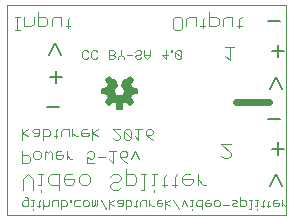
<source format=gbo>
G75*
%MOIN*%
%OFA0B0*%
%FSLAX25Y25*%
%IPPOS*%
%LPD*%
%AMOC8*
5,1,8,0,0,1.08239X$1,22.5*
%
%ADD10C,0.00000*%
%ADD11C,0.00500*%
%ADD12C,0.00300*%
%ADD13C,0.00400*%
%ADD14C,0.02400*%
%ADD15C,0.00591*%
D10*
X0006800Y0006800D02*
X0006800Y0076761D01*
X0099751Y0076761D01*
X0099751Y0006800D01*
X0006800Y0006800D01*
D11*
X0019980Y0042603D02*
X0024050Y0042603D01*
X0023265Y0050568D02*
X0023265Y0054638D01*
X0025300Y0052603D02*
X0021230Y0052603D01*
X0020800Y0059980D02*
X0022835Y0064050D01*
X0024870Y0059980D01*
X0093730Y0071353D02*
X0097800Y0071353D01*
X0097015Y0063388D02*
X0097015Y0059318D01*
X0099050Y0061353D02*
X0094980Y0061353D01*
X0096585Y0052800D02*
X0098620Y0048730D01*
X0094550Y0048730D02*
X0096585Y0052800D01*
X0097800Y0038853D02*
X0093730Y0038853D01*
X0097015Y0030888D02*
X0097015Y0026818D01*
X0099050Y0028853D02*
X0094980Y0028853D01*
X0096585Y0020300D02*
X0098620Y0016230D01*
X0094550Y0016230D02*
X0096585Y0020300D01*
D12*
X0096886Y0011650D02*
X0095918Y0011650D01*
X0095435Y0011166D01*
X0095435Y0010199D01*
X0095918Y0009715D01*
X0096886Y0009715D01*
X0097370Y0010199D01*
X0097370Y0010683D01*
X0095435Y0010683D01*
X0094438Y0011650D02*
X0093954Y0011166D01*
X0093954Y0009231D01*
X0093470Y0009715D02*
X0094438Y0009715D01*
X0092473Y0009715D02*
X0091506Y0009715D01*
X0091990Y0009231D02*
X0091990Y0011166D01*
X0092473Y0011650D01*
X0090509Y0011650D02*
X0089542Y0011650D01*
X0090025Y0011650D02*
X0090025Y0009715D01*
X0089542Y0009715D01*
X0090025Y0008748D02*
X0090025Y0008264D01*
X0088061Y0008748D02*
X0088061Y0011650D01*
X0087577Y0011650D02*
X0088545Y0011650D01*
X0086566Y0011166D02*
X0086566Y0010199D01*
X0086082Y0009715D01*
X0084631Y0009715D01*
X0084631Y0012617D01*
X0084631Y0011650D02*
X0086082Y0011650D01*
X0086566Y0011166D01*
X0083619Y0011166D02*
X0083135Y0010683D01*
X0082168Y0010683D01*
X0081684Y0010199D01*
X0082168Y0009715D01*
X0083619Y0009715D01*
X0083619Y0011166D02*
X0083135Y0011650D01*
X0081684Y0011650D01*
X0080673Y0010199D02*
X0078738Y0010199D01*
X0077726Y0010199D02*
X0077242Y0009715D01*
X0076275Y0009715D01*
X0075791Y0010199D01*
X0075791Y0011166D01*
X0076275Y0011650D01*
X0077242Y0011650D01*
X0077726Y0011166D01*
X0077726Y0010199D01*
X0074780Y0010199D02*
X0074780Y0010683D01*
X0072845Y0010683D01*
X0072845Y0011166D02*
X0072845Y0010199D01*
X0073328Y0009715D01*
X0074296Y0009715D01*
X0074780Y0010199D01*
X0074296Y0011650D02*
X0073328Y0011650D01*
X0072845Y0011166D01*
X0071833Y0011650D02*
X0070382Y0011650D01*
X0069898Y0011166D01*
X0069898Y0010199D01*
X0070382Y0009715D01*
X0071833Y0009715D01*
X0071833Y0008748D02*
X0071833Y0011650D01*
X0068901Y0011650D02*
X0067934Y0011650D01*
X0068418Y0011650D02*
X0068418Y0009715D01*
X0067934Y0009715D01*
X0066922Y0009715D02*
X0065955Y0011650D01*
X0064987Y0009715D01*
X0063976Y0008748D02*
X0062041Y0011650D01*
X0061037Y0011650D02*
X0059585Y0010683D01*
X0061037Y0009715D01*
X0059585Y0008748D02*
X0059585Y0011650D01*
X0058574Y0010683D02*
X0056639Y0010683D01*
X0056639Y0011166D02*
X0056639Y0010199D01*
X0057123Y0009715D01*
X0058090Y0009715D01*
X0058574Y0010199D01*
X0058574Y0010683D01*
X0058090Y0011650D02*
X0057123Y0011650D01*
X0056639Y0011166D01*
X0055635Y0009715D02*
X0055151Y0009715D01*
X0054183Y0010683D01*
X0054183Y0011650D02*
X0054183Y0009715D01*
X0053172Y0009715D02*
X0053172Y0011650D01*
X0051721Y0011650D01*
X0051237Y0011166D01*
X0051237Y0009715D01*
X0050240Y0009715D02*
X0049273Y0009715D01*
X0049756Y0009231D02*
X0049756Y0011166D01*
X0050240Y0011650D01*
X0048261Y0011166D02*
X0048261Y0010199D01*
X0047777Y0009715D01*
X0046326Y0009715D01*
X0046326Y0008748D02*
X0046326Y0011650D01*
X0047777Y0011650D01*
X0048261Y0011166D01*
X0045314Y0010683D02*
X0043863Y0010683D01*
X0043380Y0011166D01*
X0043863Y0011650D01*
X0045314Y0011650D01*
X0045314Y0010199D01*
X0044831Y0009715D01*
X0043863Y0009715D01*
X0042375Y0009715D02*
X0040924Y0010683D01*
X0042375Y0011650D01*
X0040924Y0011650D02*
X0040924Y0008748D01*
X0039913Y0008748D02*
X0037978Y0011650D01*
X0036966Y0011650D02*
X0036966Y0010199D01*
X0036482Y0009715D01*
X0035999Y0010199D01*
X0035999Y0011650D01*
X0035031Y0011650D02*
X0035031Y0009715D01*
X0035515Y0009715D01*
X0035999Y0010199D01*
X0034020Y0010199D02*
X0033536Y0009715D01*
X0032568Y0009715D01*
X0032085Y0010199D01*
X0032085Y0011166D01*
X0032568Y0011650D01*
X0033536Y0011650D01*
X0034020Y0011166D01*
X0034020Y0010199D01*
X0031073Y0009715D02*
X0029622Y0009715D01*
X0029138Y0010199D01*
X0029138Y0011166D01*
X0029622Y0011650D01*
X0031073Y0011650D01*
X0028148Y0011650D02*
X0028148Y0011166D01*
X0027665Y0011166D01*
X0027665Y0011650D01*
X0028148Y0011650D01*
X0026653Y0011166D02*
X0026653Y0010199D01*
X0026169Y0009715D01*
X0024718Y0009715D01*
X0024718Y0008748D02*
X0024718Y0011650D01*
X0026169Y0011650D01*
X0026653Y0011166D01*
X0023707Y0011650D02*
X0023707Y0009715D01*
X0021772Y0009715D02*
X0021772Y0011166D01*
X0022255Y0011650D01*
X0023707Y0011650D01*
X0020760Y0011650D02*
X0020760Y0010199D01*
X0020276Y0009715D01*
X0019309Y0009715D01*
X0018825Y0010199D01*
X0017828Y0009715D02*
X0016861Y0009715D01*
X0017345Y0009231D02*
X0017345Y0011166D01*
X0017828Y0011650D01*
X0018825Y0011650D02*
X0018825Y0008748D01*
X0015380Y0008748D02*
X0015380Y0008264D01*
X0015380Y0009715D02*
X0014897Y0009715D01*
X0015380Y0009715D02*
X0015380Y0011650D01*
X0014897Y0011650D02*
X0015864Y0011650D01*
X0013885Y0011650D02*
X0012434Y0011650D01*
X0011950Y0011166D01*
X0011950Y0010199D01*
X0012434Y0009715D01*
X0013885Y0009715D01*
X0013885Y0012134D01*
X0013401Y0012617D01*
X0012917Y0012617D01*
X0013802Y0024197D02*
X0011950Y0024197D01*
X0011950Y0027900D01*
X0011950Y0026666D02*
X0013802Y0026666D01*
X0014419Y0026048D01*
X0014419Y0024814D01*
X0013802Y0024197D01*
X0015633Y0026048D02*
X0015633Y0027283D01*
X0016250Y0027900D01*
X0017485Y0027900D01*
X0018102Y0027283D01*
X0018102Y0026048D01*
X0017485Y0025431D01*
X0016250Y0025431D01*
X0015633Y0026048D01*
X0019316Y0025431D02*
X0019316Y0027283D01*
X0019933Y0027900D01*
X0020551Y0027283D01*
X0021168Y0027900D01*
X0021785Y0027283D01*
X0021785Y0025431D01*
X0022999Y0026048D02*
X0023617Y0025431D01*
X0024851Y0025431D01*
X0025468Y0026048D01*
X0025468Y0026666D01*
X0022999Y0026666D01*
X0022999Y0027283D02*
X0022999Y0026048D01*
X0022999Y0027283D02*
X0023617Y0027900D01*
X0024851Y0027900D01*
X0026683Y0027900D02*
X0026683Y0025431D01*
X0027917Y0025431D02*
X0028534Y0025431D01*
X0027917Y0025431D02*
X0026683Y0026666D01*
X0033435Y0027283D02*
X0034052Y0027900D01*
X0035287Y0027900D01*
X0035904Y0027283D01*
X0035904Y0026048D01*
X0035287Y0025431D01*
X0034669Y0025431D01*
X0033435Y0026048D01*
X0033435Y0024197D01*
X0035904Y0024197D01*
X0037118Y0026048D02*
X0039587Y0026048D01*
X0040801Y0025431D02*
X0042036Y0024197D01*
X0042036Y0027900D01*
X0043270Y0027900D02*
X0040801Y0027900D01*
X0044484Y0027283D02*
X0044484Y0026048D01*
X0046336Y0026048D01*
X0046953Y0026666D01*
X0046953Y0027283D01*
X0046336Y0027900D01*
X0045102Y0027900D01*
X0044484Y0027283D01*
X0044484Y0026048D02*
X0045719Y0024814D01*
X0046953Y0024197D01*
X0048168Y0025431D02*
X0049402Y0027900D01*
X0050636Y0025431D01*
X0050630Y0031697D02*
X0050630Y0035400D01*
X0051864Y0035400D02*
X0049395Y0035400D01*
X0048181Y0034783D02*
X0047564Y0035400D01*
X0046329Y0035400D01*
X0045712Y0034783D01*
X0048181Y0032314D01*
X0048181Y0034783D01*
X0049395Y0032931D02*
X0050630Y0031697D01*
X0048181Y0032314D02*
X0047564Y0031697D01*
X0046329Y0031697D01*
X0045712Y0032314D01*
X0045712Y0034783D01*
X0044498Y0035400D02*
X0042029Y0035400D01*
X0044498Y0032931D01*
X0044498Y0032314D01*
X0043881Y0031697D01*
X0042646Y0031697D01*
X0042029Y0032314D01*
X0037128Y0032931D02*
X0035277Y0034166D01*
X0037128Y0035400D01*
X0035277Y0035400D02*
X0035277Y0031697D01*
X0033445Y0032931D02*
X0032211Y0032931D01*
X0031593Y0033548D01*
X0031593Y0034783D01*
X0032211Y0035400D01*
X0033445Y0035400D01*
X0034062Y0034166D02*
X0031593Y0034166D01*
X0030376Y0032931D02*
X0029759Y0032931D01*
X0028524Y0034166D01*
X0028524Y0035400D02*
X0028524Y0032931D01*
X0027310Y0032931D02*
X0027310Y0035400D01*
X0025458Y0035400D01*
X0024841Y0034783D01*
X0024841Y0032931D01*
X0023620Y0032931D02*
X0022386Y0032931D01*
X0023003Y0032314D02*
X0023003Y0034783D01*
X0023620Y0035400D01*
X0021171Y0034783D02*
X0021171Y0033548D01*
X0020554Y0032931D01*
X0018702Y0032931D01*
X0017488Y0033548D02*
X0017488Y0035400D01*
X0015636Y0035400D01*
X0015019Y0034783D01*
X0015636Y0034166D01*
X0017488Y0034166D01*
X0017488Y0033548D02*
X0016871Y0032931D01*
X0015636Y0032931D01*
X0013802Y0032931D02*
X0011950Y0034166D01*
X0013802Y0035400D01*
X0011950Y0035400D02*
X0011950Y0031697D01*
X0018702Y0031697D02*
X0018702Y0035400D01*
X0020554Y0035400D01*
X0021171Y0034783D01*
X0033445Y0032931D02*
X0034062Y0033548D01*
X0034062Y0034166D01*
X0053078Y0033548D02*
X0053078Y0034783D01*
X0053696Y0035400D01*
X0054930Y0035400D01*
X0055547Y0034783D01*
X0055547Y0034166D01*
X0054930Y0033548D01*
X0053078Y0033548D01*
X0054313Y0032314D01*
X0055547Y0031697D01*
X0068418Y0008748D02*
X0068418Y0008264D01*
X0087577Y0008748D02*
X0088061Y0008748D01*
X0098381Y0009715D02*
X0098381Y0011650D01*
X0098381Y0010683D02*
X0099349Y0009715D01*
X0099832Y0009715D01*
X0064340Y0058748D02*
X0063372Y0058748D01*
X0062888Y0059231D01*
X0062888Y0061166D01*
X0064823Y0059231D01*
X0064823Y0061166D01*
X0064340Y0061650D01*
X0063372Y0061650D01*
X0062888Y0061166D01*
X0061899Y0061166D02*
X0061899Y0061650D01*
X0061415Y0061650D01*
X0061415Y0061166D01*
X0061899Y0061166D01*
X0060404Y0060199D02*
X0058469Y0060199D01*
X0059920Y0058748D01*
X0059920Y0061650D01*
X0064340Y0058748D02*
X0064823Y0059231D01*
X0054511Y0059715D02*
X0054511Y0061650D01*
X0054511Y0060199D02*
X0052576Y0060199D01*
X0052576Y0059715D02*
X0053543Y0058748D01*
X0054511Y0059715D01*
X0052576Y0059715D02*
X0052576Y0061650D01*
X0051564Y0061166D02*
X0051564Y0060683D01*
X0051080Y0060199D01*
X0050113Y0060199D01*
X0049629Y0059715D01*
X0049629Y0059231D01*
X0050113Y0058748D01*
X0051080Y0058748D01*
X0051564Y0059231D01*
X0048618Y0060199D02*
X0046683Y0060199D01*
X0045671Y0059231D02*
X0045671Y0058748D01*
X0045671Y0059231D02*
X0044704Y0060199D01*
X0044704Y0061650D01*
X0044704Y0060199D02*
X0043736Y0059231D01*
X0043736Y0058748D01*
X0042725Y0059231D02*
X0042725Y0059715D01*
X0042241Y0060199D01*
X0040790Y0060199D01*
X0042241Y0060199D02*
X0042725Y0060683D01*
X0042725Y0061166D01*
X0042241Y0061650D01*
X0040790Y0061650D01*
X0040790Y0058748D01*
X0042241Y0058748D01*
X0042725Y0059231D01*
X0036831Y0059231D02*
X0036348Y0058748D01*
X0035380Y0058748D01*
X0034897Y0059231D01*
X0034897Y0061166D01*
X0035380Y0061650D01*
X0036348Y0061650D01*
X0036831Y0061166D01*
X0033885Y0061166D02*
X0033401Y0061650D01*
X0032434Y0061650D01*
X0031950Y0061166D01*
X0031950Y0059231D01*
X0032434Y0058748D01*
X0033401Y0058748D01*
X0033885Y0059231D01*
X0049629Y0061166D02*
X0050113Y0061650D01*
X0051080Y0061650D01*
X0051564Y0061166D01*
D13*
X0062000Y0069013D02*
X0062000Y0072083D01*
X0062767Y0072850D01*
X0064302Y0072850D01*
X0065069Y0072083D01*
X0065069Y0069013D01*
X0064302Y0068246D01*
X0062767Y0068246D01*
X0062000Y0069013D01*
X0066604Y0069781D02*
X0066604Y0072083D01*
X0067371Y0072850D01*
X0069673Y0072850D01*
X0069673Y0069781D01*
X0071208Y0069781D02*
X0072742Y0069781D01*
X0071975Y0069013D02*
X0071975Y0072083D01*
X0072742Y0072850D01*
X0074277Y0072850D02*
X0076579Y0072850D01*
X0077346Y0072083D01*
X0077346Y0070548D01*
X0076579Y0069781D01*
X0074277Y0069781D01*
X0074277Y0074385D01*
X0078881Y0072083D02*
X0079648Y0072850D01*
X0081950Y0072850D01*
X0081950Y0069781D01*
X0083485Y0069781D02*
X0085020Y0069781D01*
X0084252Y0069013D02*
X0084252Y0072083D01*
X0085020Y0072850D01*
X0078881Y0072083D02*
X0078881Y0069781D01*
X0079500Y0062850D02*
X0082569Y0062850D01*
X0081035Y0062850D02*
X0081035Y0058246D01*
X0079500Y0059781D01*
X0078250Y0030350D02*
X0081319Y0027281D01*
X0081319Y0026513D01*
X0080552Y0025746D01*
X0079017Y0025746D01*
X0078250Y0026513D01*
X0078250Y0030350D02*
X0081319Y0030350D01*
X0070439Y0020350D02*
X0070439Y0016880D01*
X0068752Y0017748D02*
X0068752Y0018615D01*
X0065283Y0018615D01*
X0065283Y0017748D02*
X0065283Y0019483D01*
X0066150Y0020350D01*
X0067885Y0020350D01*
X0068752Y0017748D02*
X0067885Y0016880D01*
X0066150Y0016880D01*
X0065283Y0017748D01*
X0063580Y0016880D02*
X0061845Y0016880D01*
X0062713Y0016013D02*
X0062713Y0019483D01*
X0063580Y0020350D01*
X0060142Y0020350D02*
X0059275Y0019483D01*
X0059275Y0016013D01*
X0058408Y0016880D02*
X0060142Y0016880D01*
X0055837Y0016880D02*
X0055837Y0020350D01*
X0054970Y0020350D02*
X0056705Y0020350D01*
X0053267Y0020350D02*
X0051532Y0020350D01*
X0052400Y0020350D02*
X0052400Y0015146D01*
X0051532Y0015146D01*
X0048978Y0016880D02*
X0049846Y0017748D01*
X0049846Y0019483D01*
X0048978Y0020350D01*
X0046376Y0020350D01*
X0044689Y0019483D02*
X0043822Y0020350D01*
X0042087Y0020350D01*
X0041220Y0019483D01*
X0042087Y0017748D02*
X0043822Y0017748D01*
X0044689Y0018615D01*
X0044689Y0019483D01*
X0046376Y0022085D02*
X0046376Y0016880D01*
X0048978Y0016880D01*
X0044689Y0016013D02*
X0043822Y0015146D01*
X0042087Y0015146D01*
X0041220Y0016013D01*
X0041220Y0016880D01*
X0042087Y0017748D01*
X0034376Y0017748D02*
X0033509Y0016880D01*
X0031774Y0016880D01*
X0030907Y0017748D01*
X0030907Y0019483D01*
X0031774Y0020350D01*
X0033509Y0020350D01*
X0034376Y0019483D01*
X0034376Y0017748D01*
X0029220Y0017748D02*
X0029220Y0018615D01*
X0025750Y0018615D01*
X0025750Y0017748D02*
X0025750Y0019483D01*
X0026618Y0020350D01*
X0028353Y0020350D01*
X0029220Y0017748D02*
X0028353Y0016880D01*
X0026618Y0016880D01*
X0025750Y0017748D01*
X0024064Y0016880D02*
X0021461Y0016880D01*
X0020594Y0017748D01*
X0020594Y0019483D01*
X0021461Y0020350D01*
X0024064Y0020350D01*
X0024064Y0015146D01*
X0018024Y0015146D02*
X0018024Y0014278D01*
X0015470Y0015146D02*
X0015470Y0018615D01*
X0013735Y0020350D01*
X0012000Y0018615D01*
X0012000Y0015146D01*
X0017156Y0016880D02*
X0018024Y0016880D01*
X0018024Y0020350D01*
X0018891Y0020350D02*
X0017156Y0020350D01*
X0054970Y0016880D02*
X0055837Y0016880D01*
X0055837Y0015146D02*
X0055837Y0014278D01*
X0070439Y0018615D02*
X0072174Y0016880D01*
X0073041Y0016880D01*
X0027148Y0069013D02*
X0027148Y0072083D01*
X0027916Y0072850D01*
X0024846Y0072850D02*
X0024846Y0069781D01*
X0026381Y0069781D02*
X0027916Y0069781D01*
X0024846Y0072850D02*
X0022544Y0072850D01*
X0021777Y0072083D01*
X0021777Y0069781D01*
X0020242Y0070548D02*
X0020242Y0072083D01*
X0019475Y0072850D01*
X0017173Y0072850D01*
X0015639Y0072850D02*
X0015639Y0070548D01*
X0014871Y0069781D01*
X0012569Y0069781D01*
X0012569Y0072850D01*
X0011035Y0072850D02*
X0009500Y0072850D01*
X0010267Y0072850D02*
X0010267Y0068246D01*
X0009500Y0068246D02*
X0011035Y0068246D01*
X0017173Y0069781D02*
X0019475Y0069781D01*
X0020242Y0070548D01*
X0017173Y0069781D02*
X0017173Y0074385D01*
D14*
X0083050Y0044300D02*
X0094300Y0044300D01*
D15*
X0050161Y0047330D02*
X0048256Y0047137D01*
X0048051Y0046496D01*
X0047743Y0045898D01*
X0048954Y0044414D01*
X0047936Y0043396D01*
X0046452Y0044607D01*
X0045854Y0044299D01*
X0045213Y0044094D01*
X0045020Y0042189D01*
X0043580Y0042189D01*
X0043387Y0044094D01*
X0042746Y0044299D01*
X0042148Y0044607D01*
X0040664Y0043396D01*
X0039646Y0044414D01*
X0040857Y0045898D01*
X0040549Y0046496D01*
X0040344Y0047137D01*
X0038439Y0047330D01*
X0038439Y0048770D01*
X0040344Y0048963D01*
X0040549Y0049604D01*
X0040857Y0050202D01*
X0039646Y0051686D01*
X0040664Y0052704D01*
X0042148Y0051493D01*
X0042746Y0051801D01*
X0043594Y0049755D01*
X0043215Y0049543D01*
X0042897Y0049249D01*
X0042655Y0048888D01*
X0042505Y0048481D01*
X0042454Y0048050D01*
X0042507Y0047611D01*
X0042663Y0047198D01*
X0042912Y0046833D01*
X0043241Y0046539D01*
X0043631Y0046330D01*
X0044059Y0046221D01*
X0044501Y0046216D01*
X0044931Y0046316D01*
X0045325Y0046516D01*
X0045660Y0046804D01*
X0045918Y0047163D01*
X0046082Y0047573D01*
X0046145Y0048010D01*
X0046101Y0048450D01*
X0045955Y0048866D01*
X0045714Y0049236D01*
X0045391Y0049538D01*
X0045006Y0049755D01*
X0045854Y0051801D01*
X0046452Y0051493D01*
X0047936Y0052704D01*
X0048954Y0051686D01*
X0047743Y0050202D01*
X0048051Y0049604D01*
X0048256Y0048963D01*
X0050161Y0048770D01*
X0050161Y0047330D01*
X0050161Y0047445D02*
X0046031Y0047445D01*
X0046142Y0048034D02*
X0050161Y0048034D01*
X0050161Y0048623D02*
X0046040Y0048623D01*
X0045729Y0049212D02*
X0048177Y0049212D01*
X0047949Y0049802D02*
X0045026Y0049802D01*
X0045270Y0050391D02*
X0047897Y0050391D01*
X0048378Y0050980D02*
X0045514Y0050980D01*
X0045758Y0051569D02*
X0046305Y0051569D01*
X0046544Y0051569D02*
X0048858Y0051569D01*
X0048482Y0052158D02*
X0047267Y0052158D01*
X0043330Y0050391D02*
X0040703Y0050391D01*
X0040651Y0049802D02*
X0043574Y0049802D01*
X0042872Y0049212D02*
X0040423Y0049212D01*
X0038439Y0048623D02*
X0042558Y0048623D01*
X0042456Y0048034D02*
X0038439Y0048034D01*
X0038439Y0047445D02*
X0042570Y0047445D01*
X0042897Y0046856D02*
X0040433Y0046856D01*
X0040667Y0046267D02*
X0043878Y0046267D01*
X0044720Y0046267D02*
X0047933Y0046267D01*
X0047923Y0045678D02*
X0040677Y0045678D01*
X0040197Y0045089D02*
X0048403Y0045089D01*
X0048884Y0044500D02*
X0046582Y0044500D01*
X0046244Y0044500D02*
X0042356Y0044500D01*
X0042018Y0044500D02*
X0039716Y0044500D01*
X0040150Y0043911D02*
X0041295Y0043911D01*
X0043405Y0043911D02*
X0045195Y0043911D01*
X0045135Y0043322D02*
X0043465Y0043322D01*
X0043525Y0042733D02*
X0045075Y0042733D01*
X0047305Y0043911D02*
X0048450Y0043911D01*
X0048167Y0046856D02*
X0045698Y0046856D01*
X0043086Y0050980D02*
X0040222Y0050980D01*
X0039742Y0051569D02*
X0042056Y0051569D01*
X0042295Y0051569D02*
X0042842Y0051569D01*
X0041333Y0052158D02*
X0040118Y0052158D01*
M02*

</source>
